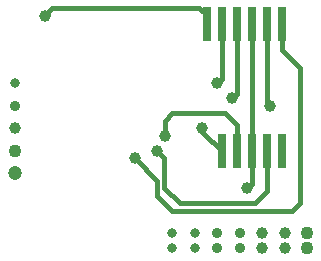
<source format=gbr>
%TF.GenerationSoftware,KiCad,Pcbnew,6.0.10-86aedd382b~118~ubuntu20.04.1*%
%TF.CreationDate,2023-01-20T10:36:33+01:00*%
%TF.ProjectId,ecran,65637261-6e2e-46b6-9963-61645f706362,rev?*%
%TF.SameCoordinates,Original*%
%TF.FileFunction,Copper,L1,Top*%
%TF.FilePolarity,Positive*%
%FSLAX46Y46*%
G04 Gerber Fmt 4.6, Leading zero omitted, Abs format (unit mm)*
G04 Created by KiCad (PCBNEW 6.0.10-86aedd382b~118~ubuntu20.04.1) date 2023-01-20 10:36:33*
%MOMM*%
%LPD*%
G01*
G04 APERTURE LIST*
%TA.AperFunction,SMDPad,CuDef*%
%ADD10R,0.800000X3.000000*%
%TD*%
%TA.AperFunction,ViaPad*%
%ADD11C,1.100000*%
%TD*%
%TA.AperFunction,ViaPad*%
%ADD12C,1.000000*%
%TD*%
%TA.AperFunction,ViaPad*%
%ADD13C,0.900000*%
%TD*%
%TA.AperFunction,ViaPad*%
%ADD14C,1.200000*%
%TD*%
%TA.AperFunction,ViaPad*%
%ADD15C,0.800000*%
%TD*%
%TA.AperFunction,Conductor*%
%ADD16C,0.400000*%
%TD*%
G04 APERTURE END LIST*
D10*
%TO.P,DS1,1,G*%
%TO.N,Net-(DS1-Pad1)*%
X108325000Y-99100000D03*
%TO.P,DS1,2,DP1*%
%TO.N,Net-(DS1-Pad2)*%
X109595000Y-99100000D03*
%TO.P,DS1,3,F*%
%TO.N,Net-(DS1-Pad3)*%
X110865000Y-99100000D03*
%TO.P,DS1,4,AN*%
%TO.N,GND*%
X112135000Y-99100000D03*
%TO.P,DS1,5,A*%
%TO.N,Net-(DS1-Pad5)*%
X113405000Y-99100000D03*
%TO.P,DS1,6,B*%
%TO.N,Net-(DS1-Pad6)*%
X114675000Y-99100000D03*
%TO.P,DS1,7,DP2*%
%TO.N,unconnected-(DS1-Pad7)*%
X114675000Y-109900000D03*
%TO.P,DS1,8,C*%
%TO.N,Net-(DS1-Pad8)*%
X113405000Y-109900000D03*
%TO.P,DS1,9,AN*%
%TO.N,GND*%
X112135000Y-109900000D03*
%TO.P,DS1,10,D*%
%TO.N,Net-(DS1-Pad10)*%
X110865000Y-109900000D03*
%TO.P,DS1,11,E*%
%TO.N,Net-(DS1-Pad11)*%
X109595000Y-109900000D03*
%TD*%
D11*
%TO.N,*%
X116840000Y-118110000D03*
D12*
X113030000Y-118110000D03*
X114935000Y-118110000D03*
X114935000Y-116840000D03*
D13*
X109220000Y-118110000D03*
X111125000Y-118110000D03*
X111125000Y-116840000D03*
D14*
X92075000Y-111760000D03*
D11*
X92075000Y-109855000D03*
D12*
X92075000Y-107950000D03*
D13*
X92075000Y-106045000D03*
D15*
X92075000Y-104140000D03*
D11*
X116840000Y-116840000D03*
D12*
X113030000Y-116840000D03*
D13*
X109220000Y-116840000D03*
D15*
X107315000Y-116840000D03*
X105410000Y-116840000D03*
X107315000Y-118110000D03*
X105410000Y-118110000D03*
D12*
%TO.N,Net-(DS1-Pad1)*%
X94615000Y-98425000D03*
%TO.N,Net-(DS1-Pad2)*%
X109220000Y-104140000D03*
%TO.N,GND*%
X111760000Y-113030000D03*
%TO.N,Net-(DS1-Pad3)*%
X110490000Y-105410000D03*
%TO.N,Net-(DS1-Pad5)*%
X113665000Y-106045000D03*
%TO.N,Net-(DS1-Pad6)*%
X102235000Y-110490000D03*
%TO.N,Net-(DS1-Pad8)*%
X104140000Y-109855000D03*
%TO.N,Net-(DS1-Pad10)*%
X104775000Y-108585000D03*
%TO.N,Net-(DS1-Pad11)*%
X107950000Y-107950000D03*
%TD*%
D16*
%TO.N,Net-(DS1-Pad8)*%
X104140000Y-109855000D02*
X104740000Y-110455000D01*
X104740000Y-110455000D02*
X104740000Y-112995000D01*
X104740000Y-112995000D02*
X106045000Y-114300000D01*
X106045000Y-114300000D02*
X112395000Y-114300000D01*
X112395000Y-114300000D02*
X113405000Y-113290000D01*
X113405000Y-113290000D02*
X113405000Y-109900000D01*
%TO.N,GND*%
X111760000Y-113030000D02*
X112135000Y-112655000D01*
X112135000Y-112655000D02*
X112135000Y-109900000D01*
%TO.N,Net-(DS1-Pad1)*%
X95250000Y-97790000D02*
X107716250Y-97790000D01*
X94615000Y-98425000D02*
X95250000Y-97790000D01*
X108325000Y-98398750D02*
X108325000Y-99100000D01*
X107716250Y-97790000D02*
X108325000Y-98398750D01*
%TO.N,Net-(DS1-Pad2)*%
X109220000Y-104140000D02*
X109595000Y-103765000D01*
X109595000Y-103765000D02*
X109595000Y-99100000D01*
%TO.N,GND*%
X112135000Y-99100000D02*
X112135000Y-109900000D01*
%TO.N,Net-(DS1-Pad3)*%
X110490000Y-105410000D02*
X110865000Y-105035000D01*
X110865000Y-105035000D02*
X110865000Y-99100000D01*
%TO.N,Net-(DS1-Pad5)*%
X113665000Y-106045000D02*
X113405000Y-105785000D01*
X113405000Y-105785000D02*
X113405000Y-99100000D01*
%TO.N,Net-(DS1-Pad6)*%
X105410000Y-114935000D02*
X115570000Y-114935000D01*
X116205000Y-114300000D02*
X116205000Y-102870000D01*
X102235000Y-110490000D02*
X104140000Y-112395000D01*
X115570000Y-114935000D02*
X116205000Y-114300000D01*
X104140000Y-113665000D02*
X105410000Y-114935000D01*
X104140000Y-112395000D02*
X104140000Y-113665000D01*
X116205000Y-102870000D02*
X114675000Y-101340000D01*
X114675000Y-101340000D02*
X114675000Y-99100000D01*
%TO.N,Net-(DS1-Pad10)*%
X104775000Y-107315000D02*
X105410000Y-106680000D01*
X104775000Y-108585000D02*
X104775000Y-107315000D01*
X105410000Y-106680000D02*
X109855000Y-106680000D01*
X109855000Y-106680000D02*
X110865000Y-107690000D01*
X110865000Y-107690000D02*
X110865000Y-109900000D01*
%TO.N,Net-(DS1-Pad11)*%
X107950000Y-108255000D02*
X109595000Y-109900000D01*
X107950000Y-107950000D02*
X107950000Y-108255000D01*
%TD*%
M02*

</source>
